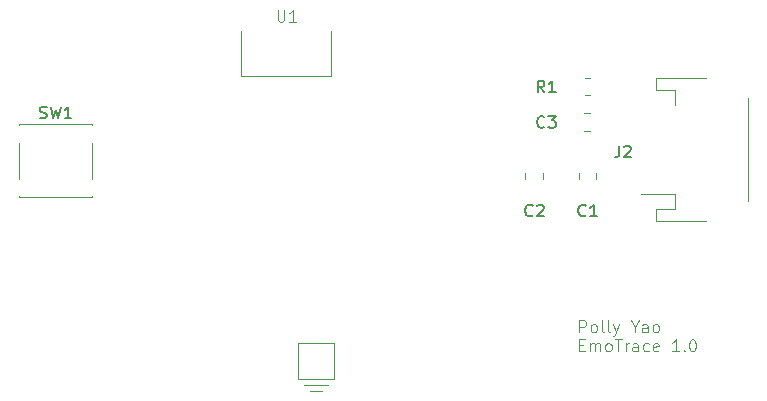
<source format=gbr>
%TF.GenerationSoftware,KiCad,Pcbnew,9.0.5*%
%TF.CreationDate,2026-02-02T17:26:06-08:00*%
%TF.ProjectId,Sensing device,53656e73-696e-4672-9064-65766963652e,1.0*%
%TF.SameCoordinates,Original*%
%TF.FileFunction,Legend,Top*%
%TF.FilePolarity,Positive*%
%FSLAX46Y46*%
G04 Gerber Fmt 4.6, Leading zero omitted, Abs format (unit mm)*
G04 Created by KiCad (PCBNEW 9.0.5) date 2026-02-02 17:26:06*
%MOMM*%
%LPD*%
G01*
G04 APERTURE LIST*
%ADD10C,0.100000*%
%ADD11C,0.150000*%
%ADD12C,0.120000*%
G04 APERTURE END LIST*
D10*
X166303884Y-100262475D02*
X166303884Y-99262475D01*
X166303884Y-99262475D02*
X166684836Y-99262475D01*
X166684836Y-99262475D02*
X166780074Y-99310094D01*
X166780074Y-99310094D02*
X166827693Y-99357713D01*
X166827693Y-99357713D02*
X166875312Y-99452951D01*
X166875312Y-99452951D02*
X166875312Y-99595808D01*
X166875312Y-99595808D02*
X166827693Y-99691046D01*
X166827693Y-99691046D02*
X166780074Y-99738665D01*
X166780074Y-99738665D02*
X166684836Y-99786284D01*
X166684836Y-99786284D02*
X166303884Y-99786284D01*
X167446741Y-100262475D02*
X167351503Y-100214856D01*
X167351503Y-100214856D02*
X167303884Y-100167236D01*
X167303884Y-100167236D02*
X167256265Y-100071998D01*
X167256265Y-100071998D02*
X167256265Y-99786284D01*
X167256265Y-99786284D02*
X167303884Y-99691046D01*
X167303884Y-99691046D02*
X167351503Y-99643427D01*
X167351503Y-99643427D02*
X167446741Y-99595808D01*
X167446741Y-99595808D02*
X167589598Y-99595808D01*
X167589598Y-99595808D02*
X167684836Y-99643427D01*
X167684836Y-99643427D02*
X167732455Y-99691046D01*
X167732455Y-99691046D02*
X167780074Y-99786284D01*
X167780074Y-99786284D02*
X167780074Y-100071998D01*
X167780074Y-100071998D02*
X167732455Y-100167236D01*
X167732455Y-100167236D02*
X167684836Y-100214856D01*
X167684836Y-100214856D02*
X167589598Y-100262475D01*
X167589598Y-100262475D02*
X167446741Y-100262475D01*
X168351503Y-100262475D02*
X168256265Y-100214856D01*
X168256265Y-100214856D02*
X168208646Y-100119617D01*
X168208646Y-100119617D02*
X168208646Y-99262475D01*
X168875313Y-100262475D02*
X168780075Y-100214856D01*
X168780075Y-100214856D02*
X168732456Y-100119617D01*
X168732456Y-100119617D02*
X168732456Y-99262475D01*
X169161028Y-99595808D02*
X169399123Y-100262475D01*
X169637218Y-99595808D02*
X169399123Y-100262475D01*
X169399123Y-100262475D02*
X169303885Y-100500570D01*
X169303885Y-100500570D02*
X169256266Y-100548189D01*
X169256266Y-100548189D02*
X169161028Y-100595808D01*
X170970552Y-99786284D02*
X170970552Y-100262475D01*
X170637219Y-99262475D02*
X170970552Y-99786284D01*
X170970552Y-99786284D02*
X171303885Y-99262475D01*
X172065790Y-100262475D02*
X172065790Y-99738665D01*
X172065790Y-99738665D02*
X172018171Y-99643427D01*
X172018171Y-99643427D02*
X171922933Y-99595808D01*
X171922933Y-99595808D02*
X171732457Y-99595808D01*
X171732457Y-99595808D02*
X171637219Y-99643427D01*
X172065790Y-100214856D02*
X171970552Y-100262475D01*
X171970552Y-100262475D02*
X171732457Y-100262475D01*
X171732457Y-100262475D02*
X171637219Y-100214856D01*
X171637219Y-100214856D02*
X171589600Y-100119617D01*
X171589600Y-100119617D02*
X171589600Y-100024379D01*
X171589600Y-100024379D02*
X171637219Y-99929141D01*
X171637219Y-99929141D02*
X171732457Y-99881522D01*
X171732457Y-99881522D02*
X171970552Y-99881522D01*
X171970552Y-99881522D02*
X172065790Y-99833903D01*
X172684838Y-100262475D02*
X172589600Y-100214856D01*
X172589600Y-100214856D02*
X172541981Y-100167236D01*
X172541981Y-100167236D02*
X172494362Y-100071998D01*
X172494362Y-100071998D02*
X172494362Y-99786284D01*
X172494362Y-99786284D02*
X172541981Y-99691046D01*
X172541981Y-99691046D02*
X172589600Y-99643427D01*
X172589600Y-99643427D02*
X172684838Y-99595808D01*
X172684838Y-99595808D02*
X172827695Y-99595808D01*
X172827695Y-99595808D02*
X172922933Y-99643427D01*
X172922933Y-99643427D02*
X172970552Y-99691046D01*
X172970552Y-99691046D02*
X173018171Y-99786284D01*
X173018171Y-99786284D02*
X173018171Y-100071998D01*
X173018171Y-100071998D02*
X172970552Y-100167236D01*
X172970552Y-100167236D02*
X172922933Y-100214856D01*
X172922933Y-100214856D02*
X172827695Y-100262475D01*
X172827695Y-100262475D02*
X172684838Y-100262475D01*
X166303884Y-101348609D02*
X166637217Y-101348609D01*
X166780074Y-101872419D02*
X166303884Y-101872419D01*
X166303884Y-101872419D02*
X166303884Y-100872419D01*
X166303884Y-100872419D02*
X166780074Y-100872419D01*
X167208646Y-101872419D02*
X167208646Y-101205752D01*
X167208646Y-101300990D02*
X167256265Y-101253371D01*
X167256265Y-101253371D02*
X167351503Y-101205752D01*
X167351503Y-101205752D02*
X167494360Y-101205752D01*
X167494360Y-101205752D02*
X167589598Y-101253371D01*
X167589598Y-101253371D02*
X167637217Y-101348609D01*
X167637217Y-101348609D02*
X167637217Y-101872419D01*
X167637217Y-101348609D02*
X167684836Y-101253371D01*
X167684836Y-101253371D02*
X167780074Y-101205752D01*
X167780074Y-101205752D02*
X167922931Y-101205752D01*
X167922931Y-101205752D02*
X168018170Y-101253371D01*
X168018170Y-101253371D02*
X168065789Y-101348609D01*
X168065789Y-101348609D02*
X168065789Y-101872419D01*
X168684836Y-101872419D02*
X168589598Y-101824800D01*
X168589598Y-101824800D02*
X168541979Y-101777180D01*
X168541979Y-101777180D02*
X168494360Y-101681942D01*
X168494360Y-101681942D02*
X168494360Y-101396228D01*
X168494360Y-101396228D02*
X168541979Y-101300990D01*
X168541979Y-101300990D02*
X168589598Y-101253371D01*
X168589598Y-101253371D02*
X168684836Y-101205752D01*
X168684836Y-101205752D02*
X168827693Y-101205752D01*
X168827693Y-101205752D02*
X168922931Y-101253371D01*
X168922931Y-101253371D02*
X168970550Y-101300990D01*
X168970550Y-101300990D02*
X169018169Y-101396228D01*
X169018169Y-101396228D02*
X169018169Y-101681942D01*
X169018169Y-101681942D02*
X168970550Y-101777180D01*
X168970550Y-101777180D02*
X168922931Y-101824800D01*
X168922931Y-101824800D02*
X168827693Y-101872419D01*
X168827693Y-101872419D02*
X168684836Y-101872419D01*
X169303884Y-100872419D02*
X169875312Y-100872419D01*
X169589598Y-101872419D02*
X169589598Y-100872419D01*
X170208646Y-101872419D02*
X170208646Y-101205752D01*
X170208646Y-101396228D02*
X170256265Y-101300990D01*
X170256265Y-101300990D02*
X170303884Y-101253371D01*
X170303884Y-101253371D02*
X170399122Y-101205752D01*
X170399122Y-101205752D02*
X170494360Y-101205752D01*
X171256265Y-101872419D02*
X171256265Y-101348609D01*
X171256265Y-101348609D02*
X171208646Y-101253371D01*
X171208646Y-101253371D02*
X171113408Y-101205752D01*
X171113408Y-101205752D02*
X170922932Y-101205752D01*
X170922932Y-101205752D02*
X170827694Y-101253371D01*
X171256265Y-101824800D02*
X171161027Y-101872419D01*
X171161027Y-101872419D02*
X170922932Y-101872419D01*
X170922932Y-101872419D02*
X170827694Y-101824800D01*
X170827694Y-101824800D02*
X170780075Y-101729561D01*
X170780075Y-101729561D02*
X170780075Y-101634323D01*
X170780075Y-101634323D02*
X170827694Y-101539085D01*
X170827694Y-101539085D02*
X170922932Y-101491466D01*
X170922932Y-101491466D02*
X171161027Y-101491466D01*
X171161027Y-101491466D02*
X171256265Y-101443847D01*
X172161027Y-101824800D02*
X172065789Y-101872419D01*
X172065789Y-101872419D02*
X171875313Y-101872419D01*
X171875313Y-101872419D02*
X171780075Y-101824800D01*
X171780075Y-101824800D02*
X171732456Y-101777180D01*
X171732456Y-101777180D02*
X171684837Y-101681942D01*
X171684837Y-101681942D02*
X171684837Y-101396228D01*
X171684837Y-101396228D02*
X171732456Y-101300990D01*
X171732456Y-101300990D02*
X171780075Y-101253371D01*
X171780075Y-101253371D02*
X171875313Y-101205752D01*
X171875313Y-101205752D02*
X172065789Y-101205752D01*
X172065789Y-101205752D02*
X172161027Y-101253371D01*
X172970551Y-101824800D02*
X172875313Y-101872419D01*
X172875313Y-101872419D02*
X172684837Y-101872419D01*
X172684837Y-101872419D02*
X172589599Y-101824800D01*
X172589599Y-101824800D02*
X172541980Y-101729561D01*
X172541980Y-101729561D02*
X172541980Y-101348609D01*
X172541980Y-101348609D02*
X172589599Y-101253371D01*
X172589599Y-101253371D02*
X172684837Y-101205752D01*
X172684837Y-101205752D02*
X172875313Y-101205752D01*
X172875313Y-101205752D02*
X172970551Y-101253371D01*
X172970551Y-101253371D02*
X173018170Y-101348609D01*
X173018170Y-101348609D02*
X173018170Y-101443847D01*
X173018170Y-101443847D02*
X172541980Y-101539085D01*
X174732456Y-101872419D02*
X174161028Y-101872419D01*
X174446742Y-101872419D02*
X174446742Y-100872419D01*
X174446742Y-100872419D02*
X174351504Y-101015276D01*
X174351504Y-101015276D02*
X174256266Y-101110514D01*
X174256266Y-101110514D02*
X174161028Y-101158133D01*
X175161028Y-101777180D02*
X175208647Y-101824800D01*
X175208647Y-101824800D02*
X175161028Y-101872419D01*
X175161028Y-101872419D02*
X175113409Y-101824800D01*
X175113409Y-101824800D02*
X175161028Y-101777180D01*
X175161028Y-101777180D02*
X175161028Y-101872419D01*
X175827694Y-100872419D02*
X175922932Y-100872419D01*
X175922932Y-100872419D02*
X176018170Y-100920038D01*
X176018170Y-100920038D02*
X176065789Y-100967657D01*
X176065789Y-100967657D02*
X176113408Y-101062895D01*
X176113408Y-101062895D02*
X176161027Y-101253371D01*
X176161027Y-101253371D02*
X176161027Y-101491466D01*
X176161027Y-101491466D02*
X176113408Y-101681942D01*
X176113408Y-101681942D02*
X176065789Y-101777180D01*
X176065789Y-101777180D02*
X176018170Y-101824800D01*
X176018170Y-101824800D02*
X175922932Y-101872419D01*
X175922932Y-101872419D02*
X175827694Y-101872419D01*
X175827694Y-101872419D02*
X175732456Y-101824800D01*
X175732456Y-101824800D02*
X175684837Y-101777180D01*
X175684837Y-101777180D02*
X175637218Y-101681942D01*
X175637218Y-101681942D02*
X175589599Y-101491466D01*
X175589599Y-101491466D02*
X175589599Y-101253371D01*
X175589599Y-101253371D02*
X175637218Y-101062895D01*
X175637218Y-101062895D02*
X175684837Y-100967657D01*
X175684837Y-100967657D02*
X175732456Y-100920038D01*
X175732456Y-100920038D02*
X175827694Y-100872419D01*
D11*
X120616667Y-82107200D02*
X120759524Y-82154819D01*
X120759524Y-82154819D02*
X120997619Y-82154819D01*
X120997619Y-82154819D02*
X121092857Y-82107200D01*
X121092857Y-82107200D02*
X121140476Y-82059580D01*
X121140476Y-82059580D02*
X121188095Y-81964342D01*
X121188095Y-81964342D02*
X121188095Y-81869104D01*
X121188095Y-81869104D02*
X121140476Y-81773866D01*
X121140476Y-81773866D02*
X121092857Y-81726247D01*
X121092857Y-81726247D02*
X120997619Y-81678628D01*
X120997619Y-81678628D02*
X120807143Y-81631009D01*
X120807143Y-81631009D02*
X120711905Y-81583390D01*
X120711905Y-81583390D02*
X120664286Y-81535771D01*
X120664286Y-81535771D02*
X120616667Y-81440533D01*
X120616667Y-81440533D02*
X120616667Y-81345295D01*
X120616667Y-81345295D02*
X120664286Y-81250057D01*
X120664286Y-81250057D02*
X120711905Y-81202438D01*
X120711905Y-81202438D02*
X120807143Y-81154819D01*
X120807143Y-81154819D02*
X121045238Y-81154819D01*
X121045238Y-81154819D02*
X121188095Y-81202438D01*
X121521429Y-81154819D02*
X121759524Y-82154819D01*
X121759524Y-82154819D02*
X121950000Y-81440533D01*
X121950000Y-81440533D02*
X122140476Y-82154819D01*
X122140476Y-82154819D02*
X122378572Y-81154819D01*
X123283333Y-82154819D02*
X122711905Y-82154819D01*
X122997619Y-82154819D02*
X122997619Y-81154819D01*
X122997619Y-81154819D02*
X122902381Y-81297676D01*
X122902381Y-81297676D02*
X122807143Y-81392914D01*
X122807143Y-81392914D02*
X122711905Y-81440533D01*
X163333333Y-82859580D02*
X163285714Y-82907200D01*
X163285714Y-82907200D02*
X163142857Y-82954819D01*
X163142857Y-82954819D02*
X163047619Y-82954819D01*
X163047619Y-82954819D02*
X162904762Y-82907200D01*
X162904762Y-82907200D02*
X162809524Y-82811961D01*
X162809524Y-82811961D02*
X162761905Y-82716723D01*
X162761905Y-82716723D02*
X162714286Y-82526247D01*
X162714286Y-82526247D02*
X162714286Y-82383390D01*
X162714286Y-82383390D02*
X162761905Y-82192914D01*
X162761905Y-82192914D02*
X162809524Y-82097676D01*
X162809524Y-82097676D02*
X162904762Y-82002438D01*
X162904762Y-82002438D02*
X163047619Y-81954819D01*
X163047619Y-81954819D02*
X163142857Y-81954819D01*
X163142857Y-81954819D02*
X163285714Y-82002438D01*
X163285714Y-82002438D02*
X163333333Y-82050057D01*
X163666667Y-81954819D02*
X164285714Y-81954819D01*
X164285714Y-81954819D02*
X163952381Y-82335771D01*
X163952381Y-82335771D02*
X164095238Y-82335771D01*
X164095238Y-82335771D02*
X164190476Y-82383390D01*
X164190476Y-82383390D02*
X164238095Y-82431009D01*
X164238095Y-82431009D02*
X164285714Y-82526247D01*
X164285714Y-82526247D02*
X164285714Y-82764342D01*
X164285714Y-82764342D02*
X164238095Y-82859580D01*
X164238095Y-82859580D02*
X164190476Y-82907200D01*
X164190476Y-82907200D02*
X164095238Y-82954819D01*
X164095238Y-82954819D02*
X163809524Y-82954819D01*
X163809524Y-82954819D02*
X163714286Y-82907200D01*
X163714286Y-82907200D02*
X163666667Y-82859580D01*
X169666666Y-84454819D02*
X169666666Y-85169104D01*
X169666666Y-85169104D02*
X169619047Y-85311961D01*
X169619047Y-85311961D02*
X169523809Y-85407200D01*
X169523809Y-85407200D02*
X169380952Y-85454819D01*
X169380952Y-85454819D02*
X169285714Y-85454819D01*
X170095238Y-84550057D02*
X170142857Y-84502438D01*
X170142857Y-84502438D02*
X170238095Y-84454819D01*
X170238095Y-84454819D02*
X170476190Y-84454819D01*
X170476190Y-84454819D02*
X170571428Y-84502438D01*
X170571428Y-84502438D02*
X170619047Y-84550057D01*
X170619047Y-84550057D02*
X170666666Y-84645295D01*
X170666666Y-84645295D02*
X170666666Y-84740533D01*
X170666666Y-84740533D02*
X170619047Y-84883390D01*
X170619047Y-84883390D02*
X170047619Y-85454819D01*
X170047619Y-85454819D02*
X170666666Y-85454819D01*
X163333333Y-79954819D02*
X163000000Y-79478628D01*
X162761905Y-79954819D02*
X162761905Y-78954819D01*
X162761905Y-78954819D02*
X163142857Y-78954819D01*
X163142857Y-78954819D02*
X163238095Y-79002438D01*
X163238095Y-79002438D02*
X163285714Y-79050057D01*
X163285714Y-79050057D02*
X163333333Y-79145295D01*
X163333333Y-79145295D02*
X163333333Y-79288152D01*
X163333333Y-79288152D02*
X163285714Y-79383390D01*
X163285714Y-79383390D02*
X163238095Y-79431009D01*
X163238095Y-79431009D02*
X163142857Y-79478628D01*
X163142857Y-79478628D02*
X162761905Y-79478628D01*
X164285714Y-79954819D02*
X163714286Y-79954819D01*
X164000000Y-79954819D02*
X164000000Y-78954819D01*
X164000000Y-78954819D02*
X163904762Y-79097676D01*
X163904762Y-79097676D02*
X163809524Y-79192914D01*
X163809524Y-79192914D02*
X163714286Y-79240533D01*
X166833333Y-90359580D02*
X166785714Y-90407200D01*
X166785714Y-90407200D02*
X166642857Y-90454819D01*
X166642857Y-90454819D02*
X166547619Y-90454819D01*
X166547619Y-90454819D02*
X166404762Y-90407200D01*
X166404762Y-90407200D02*
X166309524Y-90311961D01*
X166309524Y-90311961D02*
X166261905Y-90216723D01*
X166261905Y-90216723D02*
X166214286Y-90026247D01*
X166214286Y-90026247D02*
X166214286Y-89883390D01*
X166214286Y-89883390D02*
X166261905Y-89692914D01*
X166261905Y-89692914D02*
X166309524Y-89597676D01*
X166309524Y-89597676D02*
X166404762Y-89502438D01*
X166404762Y-89502438D02*
X166547619Y-89454819D01*
X166547619Y-89454819D02*
X166642857Y-89454819D01*
X166642857Y-89454819D02*
X166785714Y-89502438D01*
X166785714Y-89502438D02*
X166833333Y-89550057D01*
X167785714Y-90454819D02*
X167214286Y-90454819D01*
X167500000Y-90454819D02*
X167500000Y-89454819D01*
X167500000Y-89454819D02*
X167404762Y-89597676D01*
X167404762Y-89597676D02*
X167309524Y-89692914D01*
X167309524Y-89692914D02*
X167214286Y-89740533D01*
X162333333Y-90359580D02*
X162285714Y-90407200D01*
X162285714Y-90407200D02*
X162142857Y-90454819D01*
X162142857Y-90454819D02*
X162047619Y-90454819D01*
X162047619Y-90454819D02*
X161904762Y-90407200D01*
X161904762Y-90407200D02*
X161809524Y-90311961D01*
X161809524Y-90311961D02*
X161761905Y-90216723D01*
X161761905Y-90216723D02*
X161714286Y-90026247D01*
X161714286Y-90026247D02*
X161714286Y-89883390D01*
X161714286Y-89883390D02*
X161761905Y-89692914D01*
X161761905Y-89692914D02*
X161809524Y-89597676D01*
X161809524Y-89597676D02*
X161904762Y-89502438D01*
X161904762Y-89502438D02*
X162047619Y-89454819D01*
X162047619Y-89454819D02*
X162142857Y-89454819D01*
X162142857Y-89454819D02*
X162285714Y-89502438D01*
X162285714Y-89502438D02*
X162333333Y-89550057D01*
X162714286Y-89550057D02*
X162761905Y-89502438D01*
X162761905Y-89502438D02*
X162857143Y-89454819D01*
X162857143Y-89454819D02*
X163095238Y-89454819D01*
X163095238Y-89454819D02*
X163190476Y-89502438D01*
X163190476Y-89502438D02*
X163238095Y-89550057D01*
X163238095Y-89550057D02*
X163285714Y-89645295D01*
X163285714Y-89645295D02*
X163285714Y-89740533D01*
X163285714Y-89740533D02*
X163238095Y-89883390D01*
X163238095Y-89883390D02*
X162666667Y-90454819D01*
X162666667Y-90454819D02*
X163285714Y-90454819D01*
D10*
X140738095Y-72957419D02*
X140738095Y-73766942D01*
X140738095Y-73766942D02*
X140785714Y-73862180D01*
X140785714Y-73862180D02*
X140833333Y-73909800D01*
X140833333Y-73909800D02*
X140928571Y-73957419D01*
X140928571Y-73957419D02*
X141119047Y-73957419D01*
X141119047Y-73957419D02*
X141214285Y-73909800D01*
X141214285Y-73909800D02*
X141261904Y-73862180D01*
X141261904Y-73862180D02*
X141309523Y-73766942D01*
X141309523Y-73766942D02*
X141309523Y-72957419D01*
X142309523Y-73957419D02*
X141738095Y-73957419D01*
X142023809Y-73957419D02*
X142023809Y-72957419D01*
X142023809Y-72957419D02*
X141928571Y-73100276D01*
X141928571Y-73100276D02*
X141833333Y-73195514D01*
X141833333Y-73195514D02*
X141738095Y-73243133D01*
D12*
%TO.C,SW1*%
X118850000Y-82650000D02*
X118850000Y-82750000D01*
X118850000Y-82650000D02*
X125050000Y-82650000D01*
X118850000Y-84250000D02*
X118850000Y-87250000D01*
X118850000Y-88850000D02*
X118850000Y-88750000D01*
X118850000Y-88850000D02*
X125050000Y-88850000D01*
X125050000Y-82750000D02*
X125050000Y-82650000D01*
X125050000Y-84250000D02*
X125050000Y-87250000D01*
X125050000Y-88850000D02*
X125050000Y-88750000D01*
%TO.C,C3*%
X166701248Y-81727500D02*
X167223752Y-81727500D01*
X166701248Y-83197500D02*
X167223752Y-83197500D01*
%TO.C,J2*%
X172790000Y-78752500D02*
X172790000Y-79772500D01*
X172790000Y-79772500D02*
X174390000Y-79772500D01*
X172790000Y-89852500D02*
X174390000Y-89852500D01*
X172790000Y-90872500D02*
X172790000Y-89852500D01*
X174390000Y-79772500D02*
X174390000Y-81052500D01*
X174390000Y-88572500D02*
X171500000Y-88572500D01*
X174390000Y-89852500D02*
X174390000Y-88572500D01*
X177040000Y-78752500D02*
X172790000Y-78752500D01*
X177040000Y-90872500D02*
X172790000Y-90872500D01*
X180610000Y-89152500D02*
X180610000Y-80472500D01*
%TO.C,R1*%
X167227064Y-78727500D02*
X166772936Y-78727500D01*
X167227064Y-80197500D02*
X166772936Y-80197500D01*
%TO.C,C1*%
X166265000Y-87261252D02*
X166265000Y-86738748D01*
X167735000Y-87261252D02*
X167735000Y-86738748D01*
%TO.C,C2*%
X161727500Y-87261252D02*
X161727500Y-86738748D01*
X163197500Y-87261252D02*
X163197500Y-86738748D01*
D10*
%TO.C,U1*%
X137655000Y-74745000D02*
X137655000Y-78555000D01*
X137655000Y-78555000D02*
X145275000Y-78555000D01*
X142481000Y-101161000D02*
X145529000Y-101161000D01*
X142481000Y-104209000D02*
X142481000Y-101161000D01*
X142989000Y-104717000D02*
X145021000Y-104717000D01*
X143497000Y-105225000D02*
X144513000Y-105225000D01*
X145275000Y-78555000D02*
X145275000Y-74745000D01*
X145529000Y-101161000D02*
X145529000Y-104209000D01*
X145529000Y-104209000D02*
X142481000Y-104209000D01*
%TD*%
M02*

</source>
